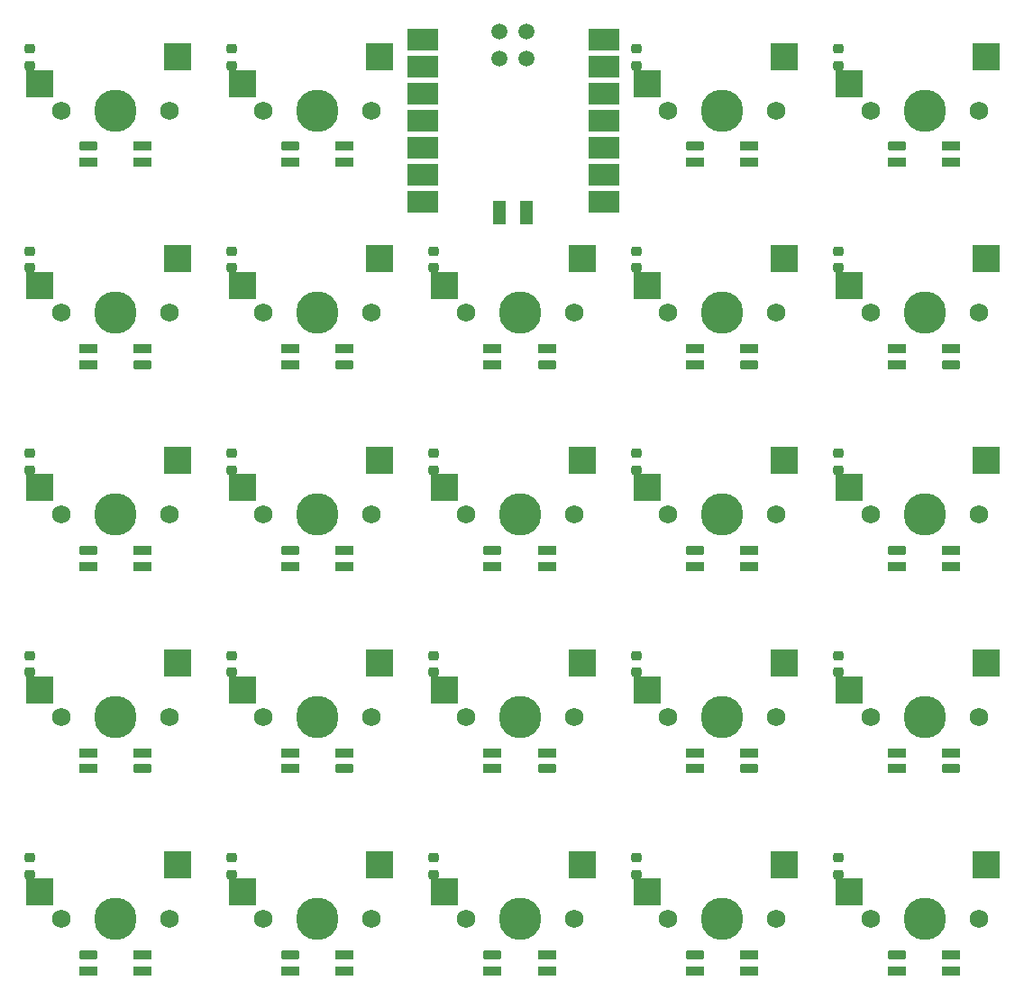
<source format=gbr>
%TF.GenerationSoftware,KiCad,Pcbnew,7.0.5*%
%TF.CreationDate,2023-09-25T20:55:42-06:00*%
%TF.ProjectId,switch_tester_macro_pad_r2,73776974-6368-45f7-9465-737465725f6d,rev?*%
%TF.SameCoordinates,Original*%
%TF.FileFunction,Soldermask,Bot*%
%TF.FilePolarity,Negative*%
%FSLAX46Y46*%
G04 Gerber Fmt 4.6, Leading zero omitted, Abs format (unit mm)*
G04 Created by KiCad (PCBNEW 7.0.5) date 2023-09-25 20:55:42*
%MOMM*%
%LPD*%
G01*
G04 APERTURE LIST*
G04 Aperture macros list*
%AMRoundRect*
0 Rectangle with rounded corners*
0 $1 Rounding radius*
0 $2 $3 $4 $5 $6 $7 $8 $9 X,Y pos of 4 corners*
0 Add a 4 corners polygon primitive as box body*
4,1,4,$2,$3,$4,$5,$6,$7,$8,$9,$2,$3,0*
0 Add four circle primitives for the rounded corners*
1,1,$1+$1,$2,$3*
1,1,$1+$1,$4,$5*
1,1,$1+$1,$6,$7*
1,1,$1+$1,$8,$9*
0 Add four rect primitives between the rounded corners*
20,1,$1+$1,$2,$3,$4,$5,0*
20,1,$1+$1,$4,$5,$6,$7,0*
20,1,$1+$1,$6,$7,$8,$9,0*
20,1,$1+$1,$8,$9,$2,$3,0*%
G04 Aperture macros list end*
%ADD10R,3.000000X2.000000*%
%ADD11C,1.500000*%
%ADD12R,1.300000X2.300000*%
%ADD13RoundRect,0.218750X0.256250X-0.218750X0.256250X0.218750X-0.256250X0.218750X-0.256250X-0.218750X0*%
%ADD14R,2.550000X2.500000*%
%ADD15C,1.750000*%
%ADD16C,3.987800*%
%ADD17R,1.700000X0.820000*%
%ADD18RoundRect,0.205000X-0.645000X-0.205000X0.645000X-0.205000X0.645000X0.205000X-0.645000X0.205000X0*%
G04 APERTURE END LIST*
D10*
%TO.C,U1*%
X105896717Y-30389387D03*
X105896717Y-32929387D03*
X105896717Y-35469387D03*
X105896717Y-38009387D03*
X105896717Y-40549387D03*
X105896717Y-43089387D03*
X105896717Y-45629387D03*
X88896717Y-45629387D03*
X88896717Y-43089387D03*
X88896717Y-40549387D03*
X88896717Y-38009387D03*
X88896717Y-35469387D03*
X88896717Y-32929387D03*
X88896717Y-30389387D03*
D11*
X98666717Y-29619387D03*
X96126717Y-29619387D03*
X98666717Y-32159387D03*
X96126717Y-32159387D03*
D12*
X98666717Y-46609387D03*
X96126717Y-46609387D03*
%TD*%
D13*
%TO.C,K24*%
X127961570Y-108830621D03*
D14*
X128949038Y-110503897D03*
D15*
X130954038Y-113043897D03*
D16*
X136034038Y-113043897D03*
D15*
X141114038Y-113043897D03*
D14*
X141849038Y-107963897D03*
D17*
X138555607Y-117908052D03*
X138555607Y-116408052D03*
D18*
X133455607Y-116408052D03*
D17*
X133455607Y-117908052D03*
D13*
X127961570Y-107255621D03*
%TD*%
%TO.C,K23*%
X108961570Y-108830621D03*
D14*
X109949038Y-110503897D03*
D15*
X111954038Y-113043897D03*
D16*
X117034038Y-113043897D03*
D15*
X122114038Y-113043897D03*
D14*
X122849038Y-107963897D03*
D17*
X119555607Y-117908052D03*
X119555607Y-116408052D03*
D18*
X114455607Y-116408052D03*
D17*
X114455607Y-117908052D03*
D13*
X108961570Y-107255621D03*
%TD*%
%TO.C,K22*%
X89961570Y-108830621D03*
D14*
X90949038Y-110503897D03*
D15*
X92954038Y-113043897D03*
D16*
X98034038Y-113043897D03*
D15*
X103114038Y-113043897D03*
D14*
X103849038Y-107963897D03*
D17*
X100555607Y-117908052D03*
X100555607Y-116408052D03*
D18*
X95455607Y-116408052D03*
D17*
X95455607Y-117908052D03*
D13*
X89961570Y-107255621D03*
%TD*%
%TO.C,K21*%
X70961570Y-108830621D03*
D14*
X71949038Y-110503897D03*
D15*
X73954038Y-113043897D03*
D16*
X79034038Y-113043897D03*
D15*
X84114038Y-113043897D03*
D14*
X84849038Y-107963897D03*
D17*
X81555607Y-117908052D03*
X81555607Y-116408052D03*
D18*
X76455607Y-116408052D03*
D17*
X76455607Y-117908052D03*
D13*
X70961570Y-107255621D03*
%TD*%
%TO.C,K20*%
X51961570Y-108830621D03*
D14*
X52949038Y-110503897D03*
D15*
X54954038Y-113043897D03*
D16*
X60034038Y-113043897D03*
D15*
X65114038Y-113043897D03*
D14*
X65849038Y-107963897D03*
D17*
X62555607Y-117908052D03*
X62555607Y-116408052D03*
D18*
X57455607Y-116408052D03*
D17*
X57455607Y-117908052D03*
D13*
X51961570Y-107255621D03*
%TD*%
%TO.C,K19*%
X51961570Y-89830621D03*
D14*
X52949038Y-91503897D03*
D15*
X54954038Y-94043897D03*
D16*
X60034038Y-94043897D03*
D15*
X65114038Y-94043897D03*
D14*
X65849038Y-88963897D03*
D17*
X57455607Y-97408052D03*
X57455607Y-98908052D03*
D18*
X62555607Y-98908052D03*
D17*
X62555607Y-97408052D03*
D13*
X51961570Y-88255621D03*
%TD*%
%TO.C,K18*%
X70961570Y-89830621D03*
D14*
X71949038Y-91503897D03*
D15*
X73954038Y-94043897D03*
D16*
X79034038Y-94043897D03*
D15*
X84114038Y-94043897D03*
D14*
X84849038Y-88963897D03*
D17*
X76455607Y-97408052D03*
X76455607Y-98908052D03*
D18*
X81555607Y-98908052D03*
D17*
X81555607Y-97408052D03*
D13*
X70961570Y-88255621D03*
%TD*%
%TO.C,K17*%
X89961570Y-89830621D03*
D14*
X90949038Y-91503897D03*
D15*
X92954038Y-94043897D03*
D16*
X98034038Y-94043897D03*
D15*
X103114038Y-94043897D03*
D14*
X103849038Y-88963897D03*
D17*
X95455607Y-97408052D03*
X95455607Y-98908052D03*
D18*
X100555607Y-98908052D03*
D17*
X100555607Y-97408052D03*
D13*
X89961570Y-88255621D03*
%TD*%
%TO.C,K16*%
X108961570Y-89830621D03*
D14*
X109949038Y-91503897D03*
D15*
X111954038Y-94043897D03*
D16*
X117034038Y-94043897D03*
D15*
X122114038Y-94043897D03*
D14*
X122849038Y-88963897D03*
D17*
X114455607Y-97408052D03*
X114455607Y-98908052D03*
D18*
X119555607Y-98908052D03*
D17*
X119555607Y-97408052D03*
D13*
X108961570Y-88255621D03*
%TD*%
%TO.C,K15*%
X127961570Y-89830621D03*
D14*
X128949038Y-91503897D03*
D15*
X130954038Y-94043897D03*
D16*
X136034038Y-94043897D03*
D15*
X141114038Y-94043897D03*
D14*
X141849038Y-88963897D03*
D17*
X133455607Y-97408052D03*
X133455607Y-98908052D03*
D18*
X138555607Y-98908052D03*
D17*
X138555607Y-97408052D03*
D13*
X127961570Y-88255621D03*
%TD*%
%TO.C,K14*%
X127961570Y-70830621D03*
D14*
X128949038Y-72503897D03*
D15*
X130954038Y-75043897D03*
D16*
X136034038Y-75043897D03*
D15*
X141114038Y-75043897D03*
D14*
X141849038Y-69963897D03*
D17*
X138555607Y-79908052D03*
X138555607Y-78408052D03*
D18*
X133455607Y-78408052D03*
D17*
X133455607Y-79908052D03*
D13*
X127961570Y-69255621D03*
%TD*%
%TO.C,K13*%
X108961570Y-70830621D03*
D14*
X109949038Y-72503897D03*
D15*
X111954038Y-75043897D03*
D16*
X117034038Y-75043897D03*
D15*
X122114038Y-75043897D03*
D14*
X122849038Y-69963897D03*
D17*
X119555607Y-79908052D03*
X119555607Y-78408052D03*
D18*
X114455607Y-78408052D03*
D17*
X114455607Y-79908052D03*
D13*
X108961570Y-69255621D03*
%TD*%
%TO.C,K12*%
X89961570Y-70830621D03*
D14*
X90949038Y-72503897D03*
D15*
X92954038Y-75043897D03*
D16*
X98034038Y-75043897D03*
D15*
X103114038Y-75043897D03*
D14*
X103849038Y-69963897D03*
D17*
X100555607Y-79908052D03*
X100555607Y-78408052D03*
D18*
X95455607Y-78408052D03*
D17*
X95455607Y-79908052D03*
D13*
X89961570Y-69255621D03*
%TD*%
%TO.C,K11*%
X70961570Y-70830621D03*
D14*
X71949038Y-72503897D03*
D15*
X73954038Y-75043897D03*
D16*
X79034038Y-75043897D03*
D15*
X84114038Y-75043897D03*
D14*
X84849038Y-69963897D03*
D17*
X81555607Y-79908052D03*
X81555607Y-78408052D03*
D18*
X76455607Y-78408052D03*
D17*
X76455607Y-79908052D03*
D13*
X70961570Y-69255621D03*
%TD*%
%TO.C,K10*%
X51961570Y-70830621D03*
D14*
X52949038Y-72503897D03*
D15*
X54954038Y-75043897D03*
D16*
X60034038Y-75043897D03*
D15*
X65114038Y-75043897D03*
D14*
X65849038Y-69963897D03*
D17*
X62555607Y-79908052D03*
X62555607Y-78408052D03*
D18*
X57455607Y-78408052D03*
D17*
X57455607Y-79908052D03*
D13*
X51961570Y-69255621D03*
%TD*%
%TO.C,K9*%
X51961570Y-51830621D03*
D14*
X52949038Y-53503897D03*
D15*
X54954038Y-56043897D03*
D16*
X60034038Y-56043897D03*
D15*
X65114038Y-56043897D03*
D14*
X65849038Y-50963897D03*
D17*
X57455607Y-59408052D03*
X57455607Y-60908052D03*
D18*
X62555607Y-60908052D03*
D17*
X62555607Y-59408052D03*
D13*
X51961570Y-50255621D03*
%TD*%
%TO.C,K8*%
X70961570Y-51830621D03*
D14*
X71949038Y-53503897D03*
D15*
X73954038Y-56043897D03*
D16*
X79034038Y-56043897D03*
D15*
X84114038Y-56043897D03*
D14*
X84849038Y-50963897D03*
D17*
X76455607Y-59408052D03*
X76455607Y-60908052D03*
D18*
X81555607Y-60908052D03*
D17*
X81555607Y-59408052D03*
D13*
X70961570Y-50255621D03*
%TD*%
%TO.C,K7*%
X89961570Y-51830621D03*
D14*
X90949038Y-53503897D03*
D15*
X92954038Y-56043897D03*
D16*
X98034038Y-56043897D03*
D15*
X103114038Y-56043897D03*
D14*
X103849038Y-50963897D03*
D17*
X95455607Y-59408052D03*
X95455607Y-60908052D03*
D18*
X100555607Y-60908052D03*
D17*
X100555607Y-59408052D03*
D13*
X89961570Y-50255621D03*
%TD*%
%TO.C,K6*%
X108961570Y-51830621D03*
D14*
X109949038Y-53503897D03*
D15*
X111954038Y-56043897D03*
D16*
X117034038Y-56043897D03*
D15*
X122114038Y-56043897D03*
D14*
X122849038Y-50963897D03*
D17*
X114455607Y-59408052D03*
X114455607Y-60908052D03*
D18*
X119555607Y-60908052D03*
D17*
X119555607Y-59408052D03*
D13*
X108961570Y-50255621D03*
%TD*%
%TO.C,K5*%
X127961570Y-51830621D03*
D14*
X128949038Y-53503897D03*
D15*
X130954038Y-56043897D03*
D16*
X136034038Y-56043897D03*
D15*
X141114038Y-56043897D03*
D14*
X141849038Y-50963897D03*
D17*
X133455607Y-59408052D03*
X133455607Y-60908052D03*
D18*
X138555607Y-60908052D03*
D17*
X138555607Y-59408052D03*
D13*
X127961570Y-50255621D03*
%TD*%
%TO.C,K4*%
X127961570Y-32830621D03*
D14*
X128949038Y-34503897D03*
D15*
X130954038Y-37043897D03*
D16*
X136034038Y-37043897D03*
D15*
X141114038Y-37043897D03*
D14*
X141849038Y-31963897D03*
D17*
X138555607Y-41908052D03*
X138555607Y-40408052D03*
D18*
X133455607Y-40408052D03*
D17*
X133455607Y-41908052D03*
D13*
X127961570Y-31255621D03*
%TD*%
%TO.C,K3*%
X108961570Y-32830621D03*
D14*
X109949038Y-34503897D03*
D15*
X111954038Y-37043897D03*
D16*
X117034038Y-37043897D03*
D15*
X122114038Y-37043897D03*
D14*
X122849038Y-31963897D03*
D17*
X119555607Y-41908052D03*
X119555607Y-40408052D03*
D18*
X114455607Y-40408052D03*
D17*
X114455607Y-41908052D03*
D13*
X108961570Y-31255621D03*
%TD*%
%TO.C,K2*%
X70961570Y-31255621D03*
D17*
X76455607Y-41908052D03*
D18*
X76455607Y-40408052D03*
D17*
X81555607Y-40408052D03*
X81555607Y-41908052D03*
D14*
X84849038Y-31963897D03*
D15*
X84114038Y-37043897D03*
D16*
X79034038Y-37043897D03*
D15*
X73954038Y-37043897D03*
D14*
X71949038Y-34503897D03*
D13*
X70961570Y-32830621D03*
%TD*%
%TO.C,K1*%
X51961570Y-31255621D03*
D17*
X57455607Y-41908052D03*
D18*
X57455607Y-40408052D03*
D17*
X62555607Y-40408052D03*
X62555607Y-41908052D03*
D14*
X65849038Y-31963897D03*
D15*
X65114038Y-37043897D03*
D16*
X60034038Y-37043897D03*
D15*
X54954038Y-37043897D03*
D14*
X52949038Y-34503897D03*
D13*
X51961570Y-32830621D03*
%TD*%
M02*

</source>
